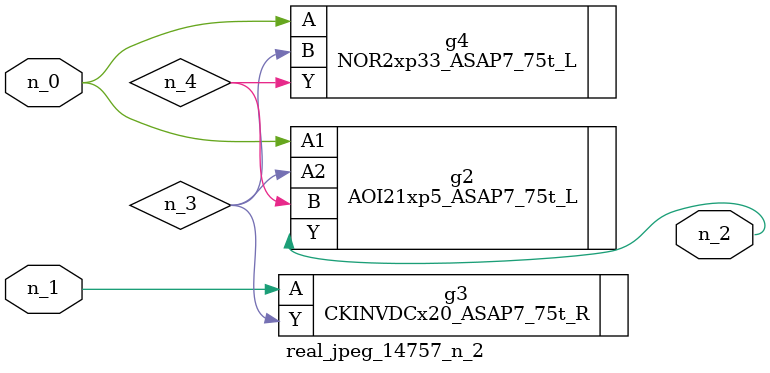
<source format=v>
module real_jpeg_14757_n_2 (n_1, n_0, n_2);

input n_1;
input n_0;

output n_2;

wire n_4;
wire n_3;

AOI21xp5_ASAP7_75t_L g2 ( 
.A1(n_0),
.A2(n_3),
.B(n_4),
.Y(n_2)
);

NOR2xp33_ASAP7_75t_L g4 ( 
.A(n_0),
.B(n_3),
.Y(n_4)
);

CKINVDCx20_ASAP7_75t_R g3 ( 
.A(n_1),
.Y(n_3)
);


endmodule
</source>
